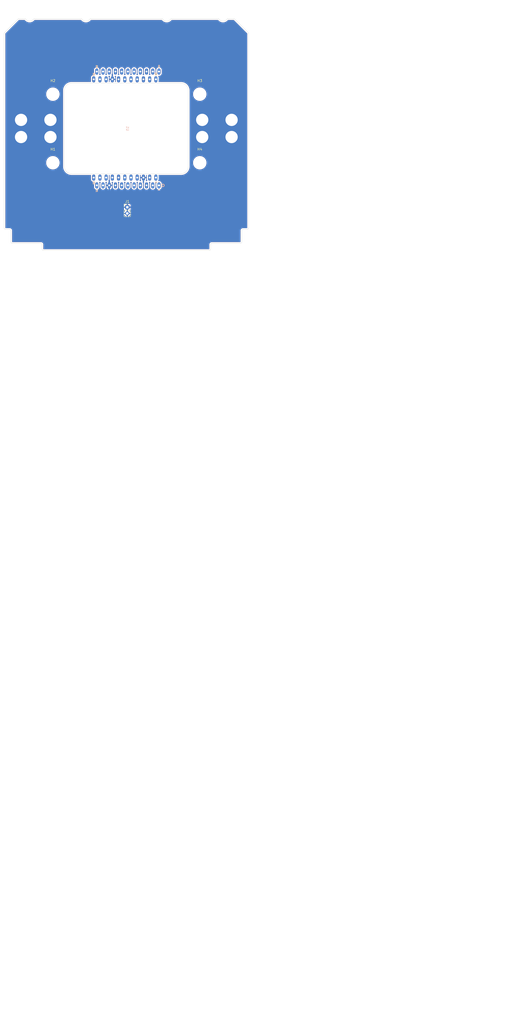
<source format=kicad_pcb>
(kicad_pcb (version 20211014) (generator pcbnew)
  (layers (0 "F.Cu" signal) (31 "B.Cu" signal) (34 "B.Paste" user) (35 "F.Paste" user) (36 "B.SilkS" user "B.Silkscreen") (37 "F.SilkS" user "F.Silkscreen") (38 "B.Mask" user) (39 "F.Mask" user) (44 "Edge.Cuts" user))
  (net 0 "")
  (net 1 "GND")
  (footprint "MountingHole:MountingHole_4.5mm" (layer "F.Cu") (at 144.6 105.843)
    (fp_text reference "H4" (at 0 -5.5) (layer "F.SilkS"))
    (fp_text value "MountingHole")
    (pad "" np_thru_hole circle (at 0 0) (size 4.5 4.5) (drill 4.5) (layers *.Cu *.Mask))
  )
  (footprint "Connector_PinHeader_2.54mm:PinHeader_1x02_P2.54mm_Vertical" (layer "F.Cu") (at 115 124)
    (fp_text reference "J1" (at 0 -2.33) (layer "F.SilkS"))
    (fp_text value "Conn_01x02")
    (fp_line (start -1.33 3.87) (end 1.33 3.87) (layer "F.SilkS") (width 0.12))
    (fp_line (start -1.33 1.27) (end 1.33 1.27) (layer "F.SilkS") (width 0.12))
    (fp_line (start -1.33 -1.33) (end 0 -1.33) (layer "F.SilkS") (width 0.12))
    (fp_line (start -1.33 0) (end -1.33 -1.33) (layer "F.SilkS") (width 0.12))
    (fp_line (start -1.33 1.27) (end -1.33 3.87) (layer "F.SilkS") (width 0.12))
    (fp_line (start 1.33 1.27) (end 1.33 3.87) (layer "F.SilkS") (width 0.12))
    (pad "1" thru_hole rect (at 0 0) (size 1.7 1.7) (drill 1) (layers *.Cu *.Mask) (net 1 "GND"))
    (pad "2" thru_hole oval (at 0 2.54) (size 1.7 1.7) (drill 1) (layers *.Cu *.Mask) (net 1 "GND"))
  )
  (footprint "MountingHole:MountingHole_4.5mm" (layer "F.Cu") (at 84.6 77.843)
    (fp_text reference "H2" (at 0 -5.5) (layer "F.SilkS"))
    (fp_text value "MountingHole")
    (pad "" np_thru_hole circle (at 0 0) (size 4.5 4.5) (drill 4.5) (layers *.Cu *.Mask))
  )
  (footprint "MountingHole:MountingHole_4.5mm" (layer "F.Cu") (at 144.6 77.843)
    (fp_text reference "H3" (at 0 -5.5) (layer "F.SilkS"))
    (fp_text value "MountingHole")
    (pad "" np_thru_hole circle (at 0 0) (size 4.5 4.5) (drill 4.5) (layers *.Cu *.Mask))
  )
  (footprint "MountingHole:MountingHole_4.5mm" (layer "F.Cu") (at 84.6 105.843)
    (fp_text reference "H1" (at 0 -5.5) (layer "F.SilkS"))
    (fp_text value "MountingHole")
    (pad "" np_thru_hole circle (at 0 0) (size 4.5 4.5) (drill 4.5) (layers *.Cu *.Mask))
  )
  (footprint "U-PIR-PIRT1280A1-12:PIRT1280A1-12" (layer "B.Cu") (at 114.6048 91.8464 90)
    (fp_text reference "U1" (at 0 0.5 270 unlocked) (layer "B.SilkS") (effects (justify mirror)))
    (fp_text value "U-PIRT-PIRT1280A1-12")
    (fp_text user "21" (at -25.4 -12.065 270 unlocked) (layer "B.SilkS") (effects (font (size 0.635 0.635) (thickness 0.1524)) (justify mirror)))
    (fp_text user "22" (at -22.225 -13.335 270 unlocked) (layer "B.SilkS") (effects (font (size 0.635 0.635) (thickness 0.1524)) (justify mirror)))
    (fp_text user "44" (at 25.4 13.335 270 unlocked) (layer "B.SilkS") (effects (font (size 0.635 0.635) (thickness 0.1524)) (justify mirror)))
    (fp_text user "2" (at -21.971 12.065 270 unlocked) (layer "B.SilkS") (effects (font (size 0.635 0.635) (thickness 0.1524)) (justify mirror)))
    (fp_text user "24" (at 25.273 -12.065 270 unlocked) (layer "B.SilkS") (effects (font (size 0.635 0.635) (thickness 0.1524)) (justify mirror)))
    (fp_text user "23" (at 22.098 -13.335 270 unlocked) (layer "B.SilkS") (effects (font (size 0.635 0.635) (thickness 0.1524)) (justify mirror)))
    (fp_text user "43" (at 22.225 12.065 270 unlocked) (layer "B.SilkS") (effects (font (size 0.635 0.635) (thickness 0.1524)) (justify mirror)))
    (fp_text user "1" (at -25.146 13.335 270 unlocked) (layer "B.SilkS") (effects (font (size 0.635 0.635) (thickness 0.1524)) (justify mirror)))
    (fp_text user "24" (at 25.273 -12.065 270 unlocked) (layer "F.SilkS") (effects (font (size 0.635 0.635) (thickness 0.1524))))
    (fp_text user "44" (at 25.4 13.335 270 unlocked) (layer "F.SilkS") (effects (font (size 0.635 0.635) (thickness 0.1524))))
    (fp_text user "2" (at -21.971 12.065 270 unlocked) (layer "F.SilkS") (effects (font (size 0.635 0.635) (thickness 0.1524))))
    (fp_text user "43" (at 22.225 12.065 270 unlocked) (layer "F.SilkS") (effects (font (size 0.635 0.635) (thickness 0.1524))))
    (fp_text user "23" (at 22.098 -13.335 270 unlocked) (layer "F.SilkS") (effects (font (size 0.635 0.635) (thickness 0.1524))))
    (fp_text user "21" (at -25.4 -12.065 270 unlocked) (layer "F.SilkS") (effects (font (size 0.635 0.635) (thickness 0.1524))))
    (fp_text user "1" (at -25.146 13.335 270 unlocked) (layer "F.SilkS") (effects (font (size 0.635 0.635) (thickness 0.1524))))
    (fp_text user "22" (at -22.225 -13.335 270 unlocked) (layer "F.SilkS") (effects (font (size 0.635 0.635) (thickness 0.1524))))
    (fp_circle (center -23.241 14.986) (end -22.733 14.986) (layer "B.SilkS") (width 0.254) (fill none))
    (fp_circle (center -23.241 14.986) (end -23.749 14.986) (layer "F.SilkS") (width 0.254) (fill none))
    (pad "1" thru_hole oval locked (at -23.241 13.335 90) (size 2.54 1.27) (drill 0.762) (layers *.Cu *.Mask))
    (pad "2" thru_hole oval locked (at -20.066 12.065 90) (size 2.54 1.27) (drill 0.762) (layers *.Cu *.Mask))
    (pad "3" thru_hole oval locked (at -23.241 10.795 90) (size 2.54 1.27) (drill 0.762) (layers *.Cu *.Mask))
    (pad "4" thru_hole oval locked (at -20.066 9.525 90) (size 2.54 1.27) (drill 0.762) (layers *.Cu *.Mask))
    (pad "5" thru_hole oval locked (at -23.241 8.255 90) (size 2.54 1.27) (drill 0.762) (layers *.Cu *.Mask))
    (pad "6" thru_hole oval locked (at -20.066 6.985 90) (size 2.54 1.27) (drill 0.762) (layers *.Cu *.Mask) (net 1 "GND"))
    (pad "7" thru_hole oval locked (at -23.241 5.715 90) (size 2.54 1.27) (drill 0.762) (layers *.Cu *.Mask))
    (pad "8" thru_hole oval locked (at -20.066 4.445 90) (size 2.54 1.27) (drill 0.762) (layers *.Cu *.Mask))
    (pad "9" thru_hole oval locked (at -23.241 3.175 90) (size 2.54 1.27) (drill 0.762) (layers *.Cu *.Mask))
    (pad "10" thru_hole oval locked (at -20.066 1.905 90) (size 2.54 1.27) (drill 0.762) (layers *.Cu *.Mask))
    (pad "11" thru_hole oval locked (at -23.241 0.635 90) (size 2.54 1.27) (drill 0.762) (layers *.Cu *.Mask))
    (pad "12" thru_hole oval locked (at -20.066 -0.635 90) (size 2.54 1.27) (drill 0.762) (layers *.Cu *.Mask))
    (pad "13" thru_hole oval locked (at -23.241 -1.905 90) (size 2.54 1.27) (drill 0.762) (layers *.Cu *.Mask))
    (pad "14" thru_hole oval locked (at -20.066 -3.175 90) (size 2.54 1.27) (drill 0.762) (layers *.Cu *.Mask))
    (pad "15" thru_hole oval locked (at -23.241 -4.445 90) (size 2.54 1.27) (drill 0.762) (layers *.Cu *.Mask))
    (pad "16" thru_hole oval locked (at -20.066 -5.715 90) (size 2.54 1.27) (drill 0.762) (layers *.Cu *.Mask))
    (pad "17" thru_hole oval locked (at -23.241 -6.985 90) (size 2.54 1.27) (drill 0.762) (layers *.Cu *.Mask) (net 1 "GND"))
    (pad "18" thru_hole oval locked (at -20.066 -8.255 90) (size 2.54 1.27) (drill 0.762) (layers *.Cu *.Mask))
    (pad "19" thru_hole oval locked (at -23.241 -9.525 90) (size 2.54 1.27) (drill 0.762) (layers *.Cu *.Mask))
    (pad "20" thru_hole oval locked (at -20.066 -10.795 90) (size 2.54 1.27) (drill 0.762) (layers *.Cu *.Mask))
    (pad "21" thru_hole oval locked (at -23.241 -12.065 90) (size 2.54 1.27) (drill 0.762) (layers *.Cu *.Mask))
    (pad "22" thru_hole oval locked (at -20.066 -13.335 90) (size 2.54 1.27) (drill 0.762) (layers *.Cu *.Mask))
    (pad "23" thru_hole oval locked (at 20.066 -13.335 90) (size 2.54 1.27) (drill 0.762) (layers *.Cu *.Mask))
    (pad "24" thru_hole oval locked (at 23.241 -12.065 90) (size 2.54 1.27) (drill 0.762) (layers *.Cu *.Mask))
    (pad "25" thru_hole oval locked (at 20.066 -10.795 90) (size 2.54 1.27) (drill 0.762) (layers *.Cu *.Mask))
    (pad "26" thru_hole oval locked (at 23.241 -9.525 90) (size 2.54 1.27) (drill 0.762) (layers *.Cu *.Mask))
    (pad "27" thru_hole oval locked (at 20.066 -8.255 90) (size 2.54 1.27) (drill 0.762) (layers *.Cu *.Mask))
    (pad "28" thru_hole oval locked (at 23.241 -6.985 90) (size 2.54 1.27) (drill 0.762) (layers *.Cu *.Mask))
    (pad "29" thru_hole oval locked (at 20.066 -5.715 90) (size 2.54 1.27) (drill 0.762) (layers *.Cu *.Mask) (net 1 "GND"))
    (pad "30" thru_hole oval locked (at 23.241 -4.445 90) (size 2.54 1.27) (drill 0.762) (layers *.Cu *.Mask))
    (pad "31" thru_hole oval locked (at 20.066 -3.175 90) (size 2.54 1.27) (drill 0.762) (layers *.Cu *.Mask))
    (pad "32" thru_hole oval locked (at 23.241 -1.905 90) (size 2.54 1.27) (drill 0.762) (layers *.Cu *.Mask))
    (pad "33" thru_hole oval locked (at 20.066 -0.635 90) (size 2.54 1.27) (drill 0.762) (layers *.Cu *.Mask))
    (pad "34" thru_hole oval locked (at 23.241 0.635 90) (size 2.54 1.27) (drill 0.762) (layers *.Cu *.Mask))
    (pad "35" thru_hole oval locked (at 20.066 1.905 90) (size 2.54 1.27) (drill 0.762) (layers *.Cu *.Mask))
    (pad "36" thru_hole oval locked (at 23.241 3.175 90) (size 2.54 1.27) (drill 0.762) (layers *.Cu *.Mask))
    (pad "37" thru_hole oval locked (at 20.066 4.445 90) (size 2.54 1.27) (drill 0.762) (layers *.Cu *.Mask))
    (pad "38" thru_hole oval locked (at 23.241 5.715 90) (size 2.54 1.27) (drill 0.762) (layers *.Cu *.Mask))
    (pad "39" thru_hole oval locked (at 20.066 6.985 90) (size 2.54 1.27) (drill 0.762) (layers *.Cu *.Mask))
    (pad "40" thru_hole oval locked (at 23.241 8.255 90) (size 2.54 1.27) (drill 0.762) (layers *.Cu *.Mask))
    (pad "41" thru_hole oval locked (at 20.066 9.525 90) (size 2.54 1.27) (drill 0.762) (layers *.Cu *.Mask))
    (pad "42" thru_hole oval locked (at 23.241 10.795 90) (size 2.54 1.27) (drill 0.762) (layers *.Cu *.Mask))
    (pad "43" thru_hole oval locked (at 20.066 12.065 90) (size 2.54 1.27) (drill 0.762) (layers *.Cu *.Mask))
    (pad "44" thru_hole oval locked (at 23.241 13.335 90) (size 2.54 1.27) (drill 0.762) (layers *.Cu *.Mask))
  )
  (gr_arc (start 138.608312 73.850862) (mid 139.519195 74.801912) (end 139.935019 76.05143) (layer "Edge.Cuts") (width 0.1))
  (gr_line (start 73.367949 47.050862) (end 70.498276 47.050862) (layer "Edge.Cuts") (width 0.1))
  (gr_arc (start 139.935019 76.05143) (mid 139.946251 76.200959) (end 139.95 76.350862) (layer "Edge.Cuts") (width 0.1))
  (gr_line (start 66.95 133.050862) (end 65.2 133.050862) (layer "Edge.Cuts") (width 0.1))
  (gr_arc (start 92.25 110.350862) (mid 91.383976 110.22314) (end 90.591688 109.850862) (layer "Edge.Cuts") (width 0.1))
  (gr_line (start 92.25 73.350862) (end 136.95 73.350862) (layer "Edge.Cuts") (width 0.1))
  (gr_line (start 164.5 132.550862) (end 164.5 52.849137) (layer "Edge.Cuts") (width 0.1))
  (gr_line (start 161.75 138.250862) (end 161.75 133.550862) (layer "Edge.Cuts") (width 0.1))
  (gr_arc (start 89.264981 76.05143) (mid 89.680803 74.801909) (end 90.591688 73.850862) (layer "Edge.Cuts") (width 0.1))
  (gr_arc (start 67.95 138.750862) (mid 67.596453 138.604411) (end 67.45 138.250862) (layer "Edge.Cuts") (width 0.1))
  (gr_line (start 89.25 76.350862) (end 89.25 79.688659) (layer "Edge.Cuts") (width 0.1))
  (gr_line (start 158.701724 47.050862) (end 155.832051 47.050862) (layer "Edge.Cuts") (width 0.1))
  (gr_arc (start 66.95 133.050862) (mid 67.30356 133.197304) (end 67.45 133.550862) (layer "Edge.Cuts") (width 0.1))
  (gr_line (start 148.5 141.650862) (end 80.7 141.650862) (layer "Edge.Cuts") (width 0.1))
  (gr_arc (start 164.5 132.550862) (mid 164.35355 132.904405) (end 164 133.050862) (layer "Edge.Cuts") (width 0.1))
  (gr_line (start 149.5 138.750862) (end 161.25 138.750862) (layer "Edge.Cuts") (width 0.1))
  (gr_line (start 162.25 133.050862) (end 164 133.050862) (layer "Edge.Cuts") (width 0.1))
  (gr_line (start 129.367949 47.050862) (end 99.832051 47.050862) (layer "Edge.Cuts") (width 0.1))
  (gr_arc (start 149 139.250862) (mid 149.146443 138.897298) (end 149.5 138.750862) (layer "Edge.Cuts") (width 0.1))
  (gr_arc (start 76.832051 47.050862) (mid 75.1 48.050862) (end 73.367949 47.050862) (layer "Edge.Cuts") (width 0.1))
  (gr_arc (start 136.95 73.350862) (mid 137.816027 73.478577) (end 138.608312 73.850862) (layer "Edge.Cuts") (width 0.1))
  (gr_line (start 80.2 141.150862) (end 80.2 139.250862) (layer "Edge.Cuts") (width 0.1))
  (gr_line (start 139.95 104.013064) (end 139.95 107.350862) (layer "Edge.Cuts") (width 0.1))
  (gr_arc (start 79.7 138.750862) (mid 80.05356 138.897304) (end 80.2 139.250862) (layer "Edge.Cuts") (width 0.1))
  (gr_line (start 139.95 79.688659) (end 139.95 104.013064) (layer "Edge.Cuts") (width 0.1))
  (gr_arc (start 90.591688 73.850862) (mid 91.383974 73.478576) (end 92.25 73.350862) (layer "Edge.Cuts") (width 0.1))
  (gr_line (start 67.45 138.250862) (end 67.45 133.550862) (layer "Edge.Cuts") (width 0.1))
  (gr_arc (start 139.95 107.350862) (mid 139.946252 107.500765) (end 139.935019 107.650294) (layer "Edge.Cuts") (width 0.1))
  (gr_line (start 139.95 76.350862) (end 139.95 79.688659) (layer "Edge.Cuts") (width 0.1))
  (gr_line (start 152.367949 47.050862) (end 132.832051 47.050862) (layer "Edge.Cuts") (width 0.1))
  (gr_line (start 92.25 110.350862) (end 136.95 110.350862) (layer "Edge.Cuts") (width 0.1))
  (gr_arc (start 138.608312 109.850862) (mid 137.816024 110.223138) (end 136.95 110.350862) (layer "Edge.Cuts") (width 0.1))
  (gr_arc (start 161.75 133.550862) (mid 161.896443 133.197298) (end 162.25 133.050862) (layer "Edge.Cuts") (width 0.1))
  (gr_line (start 64.7 132.550862) (end 64.7 52.849137) (layer "Edge.Cuts") (width 0.1))
  (gr_arc (start 161.75 138.250862) (mid 161.60355 138.604405) (end 161.25 138.750862) (layer "Edge.Cuts") (width 0.1))
  (gr_arc (start 65.2 133.050862) (mid 64.846453 132.904411) (end 64.7 132.550862) (layer "Edge.Cuts") (width 0.1))
  (gr_arc (start 99.832051 47.050862) (mid 98.1 48.050862) (end 96.367949 47.050862) (layer "Edge.Cuts") (width 0.1))
  (gr_arc (start 155.832051 47.050862) (mid 154.1 48.050862) (end 152.367949 47.050862) (layer "Edge.Cuts") (width 0.1))
  (gr_line (start 89.25 104.013064) (end 89.25 107.350862) (layer "Edge.Cuts") (width 0.1))
  (gr_arc (start 80.7 141.650862) (mid 80.346453 141.504411) (end 80.2 141.150862) (layer "Edge.Cuts") (width 0.1))
  (gr_line (start 149 141.150862) (end 149 139.250862) (layer "Edge.Cuts") (width 0.1))
  (gr_arc (start 149 141.150862) (mid 148.85355 141.504405) (end 148.5 141.650862) (layer "Edge.Cuts") (width 0.1))
  (gr_arc (start 89.25 76.350862) (mid 89.253747 76.200959) (end 89.264981 76.05143) (layer "Edge.Cuts") (width 0.1))
  (gr_line (start 89.25 79.688659) (end 89.25 104.013064) (layer "Edge.Cuts") (width 0.1))
  (gr_arc (start 132.832051 47.050862) (mid 131.1 48.050862) (end 129.367949 47.050862) (layer "Edge.Cuts") (width 0.1))
  (gr_line (start 79.7 138.750862) (end 67.95 138.750862) (layer "Edge.Cuts") (width 0.1))
  (gr_line (start 96.367949 47.050862) (end 76.832051 47.050862) (layer "Edge.Cuts") (width 0.1))
  (gr_line (start 64.7 52.849137) (end 70.498276 47.050862) (layer "Edge.Cuts") (width 0.1))
  (gr_arc (start 89.264981 107.650294) (mid 89.253749 107.500765) (end 89.25 107.350862) (layer "Edge.Cuts") (width 0.1))
  (gr_line (start 164.5 52.849137) (end 158.701724 47.050862) (layer "Edge.Cuts") (width 0.1))
  (gr_arc (start 90.591688 109.850862) (mid 89.680808 108.89981) (end 89.264981 107.650294) (layer "Edge.Cuts") (width 0.1))
  (gr_arc (start 139.935019 107.650294) (mid 139.51919 108.899807) (end 138.608312 109.850862) (layer "Edge.Cuts") (width 0.1))
  (gr_text "" (at 272.800014 456.413992) (layer "Edge.Cuts") (effects (font (size 3.047999 2.7432) (thickness 0.380999)) (justify top)))
  (via (at 71.6 88.343) (size 5.5) (drill 5) (layers "F.Cu" "B.Cu") (net 1))
  (via (at 71.6 95.343) (size 5.5) (drill 5) (layers "F.Cu" "B.Cu") (net 1))
  (via (at 83.6 95.343) (size 5.5) (drill 5) (layers "F.Cu" "B.Cu") (net 1))
  (via (at 83.6 88.343) (size 5.5) (drill 5) (layers "F.Cu" "B.Cu") (net 1))
  (via (at 145.6 95.343) (size 5.5) (drill 5) (layers "F.Cu" "B.Cu") (net 1))
  (via (at 157.6 88.343) (size 5.5) (drill 5) (layers "F.Cu" "B.Cu") (net 1))
  (via (at 145.6 88.343) (size 5.5) (drill 5) (layers "F.Cu" "B.Cu") (net 1))
  (via (at 157.6 95.343) (size 5.5) (drill 5) (layers "F.Cu" "B.Cu") (net 1))
  (zone (net 1) (net_name "GND") (layers F&B.Cu) (connect_pads (clearance 0.508)) (min_thickness 0.254) (fill yes (thermal_gap 0.508) (thermal_bridge_width 0.508))
    (polygon (pts (xy 166 143) (xy 63 143) (xy 63 46) (xy 166 46)))
  )
)
</source>
